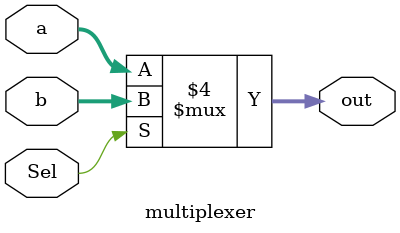
<source format=v>
`timescale 1ns / 1ps
module multiplexer #(parameter N = 8)(
    input [N-1:0] a,b, input Sel,
	 output reg [N-1:0] out
	 );
always @ * begin
	if (!Sel)		//Sel==0 out = a; 
						//Sel==1 out = b
		out = a;
	else
		out = b;
end
endmodule

</source>
